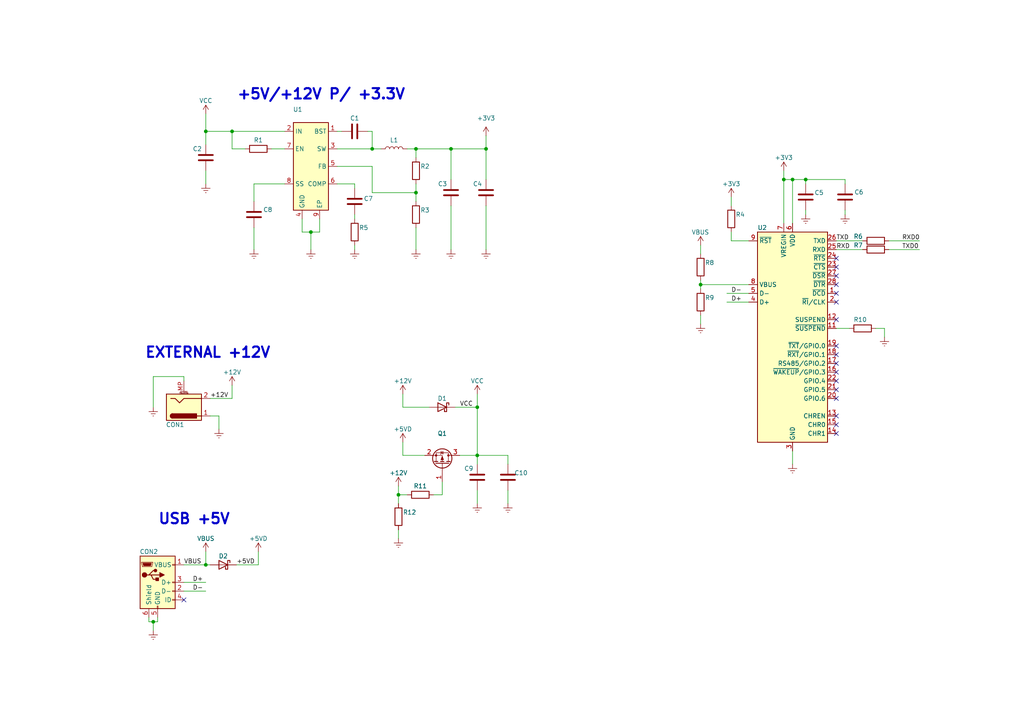
<source format=kicad_sch>
(kicad_sch (version 20211123) (generator eeschema)
  (paper "A4")
  (title_block (title "Módulo Espressif") (date "2022-06-24") (rev "v1.0"))
  (lib_symbols
    (symbol "Connector:Barrel_Jack_MountingPin" (pin_names hide)
      (property "Reference" "J" (at 0 5.334 0))
      (property "Value" "Barrel_Jack_MountingPin" (at 1.27 -6.35 0))
      (symbol "Barrel_Jack_MountingPin_0_1"
        (rectangle (start -5.08 3.81) (end 5.08 -3.81) (stroke (width 0.254)) (fill (type background)))
        (arc (start -3.302 3.175) (mid -3.937 2.54) (end -3.302 1.905) (stroke (width 0.254)))
        (arc (start -3.302 3.175) (mid -3.937 2.54) (end -3.302 1.905) (stroke (width 0.254)) (fill (type outline)))
        (polyline (pts (xy 5.08 2.54) (xy 3.81 2.54)) (stroke (width 0.254)))
        (polyline (pts (xy -3.81 -2.54) (xy -2.54 -2.54) (xy -1.27 -1.27) (xy 0 -2.54) (xy 2.54 -2.54) (xy 5.08 -2.54)) (stroke (width 0.254)))
        (rectangle (start 3.683 3.175) (end -3.302 1.905) (stroke (width 0.254)) (fill (type outline)))
      )
      (symbol "Barrel_Jack_MountingPin_1_1"
        (polyline (pts (xy -1.016 -4.572) (xy 1.016 -4.572)) (stroke (width 0.1524)))
        (text "Mounting" (at 0 -4.191 0) (effects (font (size 0.381 0.381))))
        (pin passive line (at 7.62 2.54 180) (length 2.54) (name "~") (number "1"))
        (pin passive line (at 7.62 -2.54 180) (length 2.54) (name "~") (number "2"))
        (pin passive line (at 0 -7.62 90) (length 3.048) (name "MountPin") (number "MP"))
      )
    )
    (symbol "Connector:USB_B_Micro" (pin_names (offset 1.016))
      (property "Reference" "J" (at -5.08 11.43 0))
      (property "Value" "USB_B_Micro" (at -5.08 8.89 0))
      (symbol "USB_B_Micro_0_1"
        (rectangle (start -5.08 -7.62) (end 5.08 7.62) (stroke (width 0.254)) (fill (type background)))
        (circle (center -3.81 2.159) (radius 0.635) (stroke (width 0.254)) (fill (type outline)))
        (circle (center -0.635 3.429) (radius 0.381) (stroke (width 0.254)) (fill (type outline)))
        (rectangle (start -0.127 -7.62) (end 0.127 -6.858))
        (polyline (pts (xy -1.905 2.159) (xy 0.635 2.159)) (stroke (width 0.254)))
        (polyline (pts (xy -3.175 2.159) (xy -2.54 2.159) (xy -1.27 3.429) (xy -0.635 3.429)) (stroke (width 0.254)))
        (polyline (pts (xy -2.54 2.159) (xy -1.905 2.159) (xy -1.27 0.889) (xy 0 0.889)) (stroke (width 0.254)))
        (polyline (pts (xy 0.635 2.794) (xy 0.635 1.524) (xy 1.905 2.159) (xy 0.635 2.794)) (stroke (width 0.254)) (fill (type outline)))
        (polyline (pts (xy -4.318 5.588) (xy -1.778 5.588) (xy -2.032 4.826) (xy -4.064 4.826) (xy -4.318 5.588)) (fill (type outline)))
        (polyline (pts (xy -4.699 5.842) (xy -4.699 5.588) (xy -4.445 4.826) (xy -4.445 4.572) (xy -1.651 4.572) (xy -1.651 4.826) (xy -1.397 5.588) (xy -1.397 5.842) (xy -4.699 5.842)))
        (rectangle (start 0.254 1.27) (end -0.508 0.508) (stroke (width 0.254)) (fill (type outline)))
        (rectangle (start 5.08 -5.207) (end 4.318 -4.953))
        (rectangle (start 5.08 -2.667) (end 4.318 -2.413))
        (rectangle (start 5.08 -0.127) (end 4.318 0.127))
        (rectangle (start 5.08 4.953) (end 4.318 5.207))
      )
      (symbol "USB_B_Micro_1_1"
        (pin power_out line (at 7.62 5.08 180) (length 2.54) (name "VBUS") (number "1"))
        (pin bidirectional line (at 7.62 -2.54 180) (length 2.54) (name "D-") (number "2"))
        (pin bidirectional line (at 7.62 0 180) (length 2.54) (name "D+") (number "3"))
        (pin passive line (at 7.62 -5.08 180) (length 2.54) (name "ID") (number "4"))
        (pin power_out line (at 0 -10.16 90) (length 2.54) (name "GND") (number "5"))
        (pin passive line (at -2.54 -10.16 90) (length 2.54) (name "Shield") (number "6"))
      )
    )
    (symbol "Device:C" (pin_numbers hide) (pin_names (offset 0.254))
      (property "Reference" "C" (at 0.635 2.54 0))
      (property "Value" "C" (at 0.635 -2.54 0))
      (symbol "C_0_1"
        (polyline (pts (xy -2.032 -0.762) (xy 2.032 -0.762)) (stroke (width 0.508)))
        (polyline (pts (xy -2.032 0.762) (xy 2.032 0.762)) (stroke (width 0.508)))
      )
      (symbol "C_1_1"
        (pin passive line (at 0 3.81 270) (length 2.794) (name "~") (number "1"))
        (pin passive line (at 0 -3.81 90) (length 2.794) (name "~") (number "2"))
      )
    )
    (symbol "Device:L" (pin_numbers hide) (pin_names (offset 1.016) hide)
      (property "Reference" "L" (at -1.27 0 90))
      (property "Value" "L" (at 1.905 0 90))
      (symbol "L_0_1"
        (arc (start 0 -2.54) (mid 0.635 -1.905) (end 0 -1.27))
        (arc (start 0 -1.27) (mid 0.635 -0.635) (end 0 0))
        (arc (start 0 0) (mid 0.635 0.635) (end 0 1.27))
        (arc (start 0 1.27) (mid 0.635 1.905) (end 0 2.54))
      )
      (symbol "L_1_1"
        (pin passive line (at 0 3.81 270) (length 1.27) (name "1") (number "1"))
        (pin passive line (at 0 -3.81 90) (length 1.27) (name "2") (number "2"))
      )
    )
    (symbol "Device:R" (pin_numbers hide) (pin_names (offset 0))
      (property "Reference" "R" (at 2.032 0 90))
      (property "Value" "R" (at 0 0 90))
      (symbol "R_0_1"
        (rectangle (start -1.016 -2.54) (end 1.016 2.54) (stroke (width 0.254)))
      )
      (symbol "R_1_1"
        (pin passive line (at 0 3.81 270) (length 1.27) (name "~") (number "1"))
        (pin passive line (at 0 -3.81 90) (length 1.27) (name "~") (number "2"))
      )
    )
    (symbol "Diode:BAT60A" (pin_numbers hide) (pin_names (offset 1.016) hide)
      (property "Reference" "D" (at 0 2.54 0))
      (property "Value" "BAT60A" (at 0 -2.54 0))
      (symbol "BAT60A_0_1"
        (polyline (pts (xy 1.27 0) (xy -1.27 0)))
        (polyline (pts (xy 1.27 1.27) (xy 1.27 -1.27) (xy -1.27 0) (xy 1.27 1.27)) (stroke (width 0.254)))
        (polyline (pts (xy -1.905 0.635) (xy -1.905 1.27) (xy -1.27 1.27) (xy -1.27 -1.27) (xy -0.635 -1.27) (xy -0.635 -0.635)) (stroke (width 0.254)))
      )
      (symbol "BAT60A_1_1"
        (pin passive line (at -3.81 0 0) (length 2.54) (name "K") (number "1"))
        (pin passive line (at 3.81 0 180) (length 2.54) (name "A") (number "2"))
      )
    )
    (symbol "Interface_USB:CP2102N-Axx-xQFN28"
      (property "Reference" "U" (at -8.89 31.75 0))
      (property "Value" "CP2102N-Axx-xQFN28" (at 12.7 31.75 0))
      (symbol "CP2102N-Axx-xQFN28_0_1"
        (rectangle (start -10.16 30.48) (end 10.16 -30.48) (stroke (width 0.254)) (fill (type background)))
      )
      (symbol "CP2102N-Axx-xQFN28_1_1"
        (pin input line (at 12.7 12.7 180) (length 2.54) (name "~{DCD}") (number "1"))
        (pin no_connect line (at -10.16 -27.94 0) (length 2.54) hide (name "NC") (number "10"))
        (pin output line (at 12.7 2.54 180) (length 2.54) (name "~{SUSPEND}") (number "11"))
        (pin output line (at 12.7 5.08 180) (length 2.54) (name "SUSPEND") (number "12"))
        (pin output line (at 12.7 -22.86 180) (length 2.54) (name "CHREN") (number "13"))
        (pin output line (at 12.7 -27.94 180) (length 2.54) (name "CHR1") (number "14"))
        (pin output line (at 12.7 -25.4 180) (length 2.54) (name "CHR0") (number "15"))
        (pin bidirectional line (at 12.7 -10.16 180) (length 2.54) (name "~{WAKEUP}/GPIO.3") (number "16"))
        (pin bidirectional line (at 12.7 -7.62 180) (length 2.54) (name "RS485/GPIO.2") (number "17"))
        (pin bidirectional line (at 12.7 -5.08 180) (length 2.54) (name "~{RXT}/GPIO.1") (number "18"))
        (pin bidirectional line (at 12.7 -2.54 180) (length 2.54) (name "~{TXT}/GPIO.0") (number "19"))
        (pin bidirectional line (at 12.7 10.16 180) (length 2.54) (name "~{RI}/CLK") (number "2"))
        (pin bidirectional line (at 12.7 -17.78 180) (length 2.54) (name "GPIO.6") (number "20"))
        (pin bidirectional line (at 12.7 -15.24 180) (length 2.54) (name "GPIO.5") (number "21"))
        (pin bidirectional line (at 12.7 -12.7 180) (length 2.54) (name "GPIO.4") (number "22"))
        (pin input line (at 12.7 20.32 180) (length 2.54) (name "~{CTS}") (number "23"))
        (pin output line (at 12.7 22.86 180) (length 2.54) (name "~{RTS}") (number "24"))
        (pin input line (at 12.7 25.4 180) (length 2.54) (name "RXD") (number "25"))
        (pin output line (at 12.7 27.94 180) (length 2.54) (name "TXD") (number "26"))
        (pin input line (at 12.7 17.78 180) (length 2.54) (name "~{DSR}") (number "27"))
        (pin output line (at 12.7 15.24 180) (length 2.54) (name "~{DTR}") (number "28"))
        (pin passive line (at 0 -33.02 90) (length 2.54) hide (name "GND") (number "29"))
        (pin power_in line (at 0 -33.02 90) (length 2.54) (name "GND") (number "3"))
        (pin bidirectional line (at -12.7 10.16 0) (length 2.54) (name "D+") (number "4"))
        (pin bidirectional line (at -12.7 12.7 0) (length 2.54) (name "D-") (number "5"))
        (pin power_in line (at 0 33.02 270) (length 2.54) (name "VDD") (number "6"))
        (pin power_in line (at -2.54 33.02 270) (length 2.54) (name "VREGIN") (number "7"))
        (pin input line (at -12.7 15.24 0) (length 2.54) (name "VBUS") (number "8"))
        (pin input line (at -12.7 27.94 0) (length 2.54) (name "~{RST}") (number "9"))
      )
    )
    (symbol "Regulator_Switching:AP6503"
      (property "Reference" "U" (at -3.81 13.97 0))
      (property "Value" "AP6503" (at 2.54 13.97 0))
      (symbol "AP6503_0_1"
        (rectangle (start -5.08 12.7) (end 5.08 -12.7) (stroke (width 0.254)) (fill (type background)))
      )
      (symbol "AP6503_1_1"
        (pin output line (at 7.62 10.16 180) (length 2.54) (name "BST") (number "1"))
        (pin power_in line (at -7.62 10.16 0) (length 2.54) (name "IN") (number "2"))
        (pin power_out line (at 7.62 5.08 180) (length 2.54) (name "SW") (number "3"))
        (pin power_in line (at -2.54 -15.24 90) (length 2.54) (name "GND") (number "4"))
        (pin input line (at 7.62 0 180) (length 2.54) (name "FB") (number "5"))
        (pin output line (at 7.62 -5.08 180) (length 2.54) (name "COMP") (number "6"))
        (pin input line (at -7.62 5.08 0) (length 2.54) (name "EN") (number "7"))
        (pin tri_state line (at -7.62 -5.08 0) (length 2.54) (name "SS") (number "8"))
        (pin power_in line (at 2.54 -15.24 90) (length 2.54) (name "EP") (number "9"))
      )
    )
    (symbol "Transistor_FET:AO3401A" (pin_names hide)
      (property "Reference" "Q" (at 5.08 1.905 0))
      (property "Value" "AO3401A" (at 5.08 0 0))
      (symbol "AO3401A_0_1"
        (polyline (pts (xy 0.254 0) (xy -2.54 0)))
        (polyline (pts (xy 0.254 1.905) (xy 0.254 -1.905)) (stroke (width 0.254)))
        (polyline (pts (xy 0.762 -1.27) (xy 0.762 -2.286)) (stroke (width 0.254)))
        (polyline (pts (xy 0.762 0.508) (xy 0.762 -0.508)) (stroke (width 0.254)))
        (polyline (pts (xy 0.762 2.286) (xy 0.762 1.27)) (stroke (width 0.254)))
        (polyline (pts (xy 2.54 2.54) (xy 2.54 1.778)))
        (polyline (pts (xy 2.54 -2.54) (xy 2.54 0) (xy 0.762 0)))
        (polyline (pts (xy 0.762 1.778) (xy 3.302 1.778) (xy 3.302 -1.778) (xy 0.762 -1.778)))
        (polyline (pts (xy 2.286 0) (xy 1.27 0.381) (xy 1.27 -0.381) (xy 2.286 0)) (fill (type outline)))
        (polyline (pts (xy 2.794 -0.508) (xy 2.921 -0.381) (xy 3.683 -0.381) (xy 3.81 -0.254)))
        (polyline (pts (xy 3.302 -0.381) (xy 2.921 0.254) (xy 3.683 0.254) (xy 3.302 -0.381)))
        (circle (center 1.651 0) (radius 2.794) (stroke (width 0.254)))
        (circle (center 2.54 -1.778) (radius 0.254) (fill (type outline)))
        (circle (center 2.54 1.778) (radius 0.254) (fill (type outline)))
      )
      (symbol "AO3401A_1_1"
        (pin input line (at -5.08 0 0) (length 2.54) (name "G") (number "1"))
        (pin passive line (at 2.54 -5.08 90) (length 2.54) (name "S") (number "2"))
        (pin passive line (at 2.54 5.08 270) (length 2.54) (name "D") (number "3"))
      )
    )
    (symbol "power:+12V" (power) (pin_names (offset 0))
      (property "Value" "+12V" (at 0 3.556 0))
      (symbol "+12V_0_1"
        (polyline (pts (xy -0.762 1.27) (xy 0 2.54)))
        (polyline (pts (xy 0 0) (xy 0 2.54)))
        (polyline (pts (xy 0 2.54) (xy 0.762 1.27)))
      )
      (symbol "+12V_1_1"
        (pin power_in line (at 0 0 90) (length 0) hide (name "+12V") (number "1"))
      )
    )
    (symbol "power:+3.3V" (power) (pin_names (offset 0))
      (property "Value" "+3.3V" (at 0 3.556 0))
      (symbol "+3.3V_0_1"
        (polyline (pts (xy -0.762 1.27) (xy 0 2.54)))
        (polyline (pts (xy 0 0) (xy 0 2.54)))
        (polyline (pts (xy 0 2.54) (xy 0.762 1.27)))
      )
      (symbol "+3.3V_1_1"
        (pin power_in line (at 0 0 90) (length 0) hide (name "+3V3") (number "1"))
      )
    )
    (symbol "power:+5VD" (power) (pin_names (offset 0))
      (property "Value" "+5VD" (at 0 3.556 0))
      (symbol "+5VD_0_1"
        (polyline (pts (xy -0.762 1.27) (xy 0 2.54)))
        (polyline (pts (xy 0 0) (xy 0 2.54)))
        (polyline (pts (xy 0 2.54) (xy 0.762 1.27)))
      )
      (symbol "+5VD_1_1"
        (pin power_in line (at 0 0 90) (length 0) hide (name "+5VD") (number "1"))
      )
    )
    (symbol "power:GNDREF" (power) (pin_names (offset 0))
      (property "Value" "GNDREF" (at 0 -3.81 0))
      (symbol "GNDREF_0_1"
        (polyline (pts (xy -0.635 -1.905) (xy 0.635 -1.905)))
        (polyline (pts (xy -0.127 -2.54) (xy 0.127 -2.54)))
        (polyline (pts (xy 0 -1.27) (xy 0 0)))
        (polyline (pts (xy 1.27 -1.27) (xy -1.27 -1.27)))
      )
      (symbol "GNDREF_1_1"
        (pin power_in line (at 0 0 270) (length 0) hide (name "GNDREF") (number "1"))
      )
    )
    (symbol "power:VBUS" (power) (pin_names (offset 0))
      (property "Value" "VBUS" (at 0 3.81 0))
      (symbol "VBUS_0_1"
        (polyline (pts (xy -0.762 1.27) (xy 0 2.54)))
        (polyline (pts (xy 0 0) (xy 0 2.54)))
        (polyline (pts (xy 0 2.54) (xy 0.762 1.27)))
      )
      (symbol "VBUS_1_1"
        (pin power_in line (at 0 0 90) (length 0) hide (name "VBUS") (number "1"))
      )
    )
    (symbol "power:VCC" (power) (pin_names (offset 0))
      (property "Value" "VCC" (at 0 3.81 0))
      (symbol "VCC_0_1"
        (polyline (pts (xy -0.762 1.27) (xy 0 2.54)))
        (polyline (pts (xy 0 0) (xy 0 2.54)))
        (polyline (pts (xy 0 2.54) (xy 0.762 1.27)))
      )
      (symbol "VCC_1_1"
        (pin power_in line (at 0 0 90) (length 0) hide (name "VCC") (number "1"))
      )
    )
  )
  (junction (at 140.97 43.18))
  (junction (at 203.2 82.55))
  (junction (at 59.69 163.83))
  (junction (at 138.43 118.11))
  (junction (at 120.65 43.18))
  (junction (at 130.81 43.18))
  (junction (at 107.95 43.18))
  (junction (at 229.87 52.07))
  (junction (at 227.33 52.07))
  (junction (at 67.31 38.1))
  (junction (at 59.69 38.1))
  (junction (at 233.68 52.07))
  (junction (at 115.57 143.51))
  (junction (at 120.65 55.88))
  (junction (at 44.45 180.34))
  (junction (at 138.43 132.08))
  (junction (at 90.17 67.31))
  (no_connect (at 242.57 110.49))
  (no_connect (at 242.57 74.93))
  (no_connect (at 242.57 87.63))
  (no_connect (at 242.57 82.55))
  (no_connect (at 242.57 107.95))
  (no_connect (at 242.57 115.57))
  (no_connect (at 53.34 173.99))
  (no_connect (at 242.57 105.41))
  (no_connect (at 242.57 85.09))
  (no_connect (at 242.57 123.19))
  (no_connect (at 242.57 100.33))
  (no_connect (at 242.57 77.47))
  (no_connect (at 242.57 92.71))
  (no_connect (at 242.57 80.01))
  (no_connect (at 242.57 125.73))
  (no_connect (at 242.57 113.03))
  (no_connect (at 242.57 120.65))
  (no_connect (at 242.57 102.87))
  (wire (pts (xy 82.55 53.34) (xy 73.66 53.34)))
  (wire (pts (xy 44.45 109.22) (xy 44.45 118.11)))
  (wire (pts (xy 147.32 132.08) (xy 138.43 132.08)))
  (wire (pts (xy 102.87 53.34) (xy 102.87 54.61)))
  (wire (pts (xy 138.43 114.3) (xy 138.43 118.11)))
  (wire (pts (xy 140.97 39.37) (xy 140.97 43.18)))
  (wire (pts (xy 53.34 109.22) (xy 53.34 110.49)))
  (wire (pts (xy 257.81 69.85) (xy 266.7 69.85)))
  (wire (pts (xy 102.87 62.23) (xy 102.87 63.5)))
  (wire (pts (xy 59.69 33.02) (xy 59.69 38.1)))
  (wire (pts (xy 210.82 87.63) (xy 217.17 87.63)))
  (wire (pts (xy 87.63 67.31) (xy 90.17 67.31)))
  (wire (pts (xy 73.66 53.34) (xy 73.66 58.42)))
  (wire (pts (xy 128.27 139.7) (xy 128.27 143.51)))
  (wire (pts (xy 120.65 55.88) (xy 120.65 58.42)))
  (wire (pts (xy 227.33 52.07) (xy 227.33 64.77)))
  (wire (pts (xy 74.93 160.02) (xy 74.93 163.83)))
  (wire (pts (xy 59.69 160.02) (xy 59.69 163.83)))
  (wire (pts (xy 92.71 63.5) (xy 92.71 67.31)))
  (wire (pts (xy 59.69 163.83) (xy 60.96 163.83)))
  (wire (pts (xy 107.95 48.26) (xy 107.95 55.88)))
  (wire (pts (xy 67.31 111.76) (xy 67.31 115.57)))
  (wire (pts (xy 227.33 49.53) (xy 227.33 52.07)))
  (wire (pts (xy 87.63 63.5) (xy 87.63 67.31)))
  (wire (pts (xy 233.68 60.96) (xy 233.68 62.23)))
  (wire (pts (xy 212.09 69.85) (xy 217.17 69.85)))
  (wire (pts (xy 102.87 71.12) (xy 102.87 72.39)))
  (wire (pts (xy 140.97 59.69) (xy 140.97 72.39)))
  (wire (pts (xy 128.27 143.51) (xy 125.73 143.51)))
  (wire (pts (xy 233.68 53.34) (xy 233.68 52.07)))
  (wire (pts (xy 53.34 163.83) (xy 59.69 163.83)))
  (wire (pts (xy 71.12 43.18) (xy 67.31 43.18)))
  (wire (pts (xy 90.17 67.31) (xy 90.17 72.39)))
  (wire (pts (xy 123.19 132.08) (xy 116.84 132.08)))
  (wire (pts (xy 63.5 120.65) (xy 63.5 124.46)))
  (wire (pts (xy 97.79 53.34) (xy 102.87 53.34)))
  (wire (pts (xy 229.87 52.07) (xy 229.87 64.77)))
  (wire (pts (xy 97.79 38.1) (xy 99.06 38.1)))
  (wire (pts (xy 53.34 168.91) (xy 59.69 168.91)))
  (wire (pts (xy 242.57 72.39) (xy 250.19 72.39)))
  (wire (pts (xy 116.84 132.08) (xy 116.84 128.27)))
  (wire (pts (xy 107.95 38.1) (xy 106.68 38.1)))
  (wire (pts (xy 229.87 130.81) (xy 229.87 134.62)))
  (wire (pts (xy 254 95.25) (xy 256.54 95.25)))
  (wire (pts (xy 115.57 143.51) (xy 118.11 143.51)))
  (wire (pts (xy 97.79 43.18) (xy 107.95 43.18)))
  (wire (pts (xy 78.74 43.18) (xy 82.55 43.18)))
  (wire (pts (xy 203.2 91.44) (xy 203.2 93.98)))
  (wire (pts (xy 203.2 82.55) (xy 203.2 83.82)))
  (wire (pts (xy 120.65 43.18) (xy 120.65 45.72)))
  (wire (pts (xy 67.31 38.1) (xy 67.31 43.18)))
  (wire (pts (xy 138.43 132.08) (xy 138.43 134.62)))
  (wire (pts (xy 233.68 52.07) (xy 229.87 52.07)))
  (wire (pts (xy 120.65 66.04) (xy 120.65 72.39)))
  (wire (pts (xy 115.57 153.67) (xy 115.57 156.21)))
  (wire (pts (xy 59.69 38.1) (xy 67.31 38.1)))
  (wire (pts (xy 138.43 118.11) (xy 138.43 132.08)))
  (wire (pts (xy 53.34 171.45) (xy 59.69 171.45)))
  (wire (pts (xy 133.35 132.08) (xy 138.43 132.08)))
  (wire (pts (xy 116.84 114.3) (xy 116.84 118.11)))
  (wire (pts (xy 147.32 134.62) (xy 147.32 132.08)))
  (wire (pts (xy 115.57 140.97) (xy 115.57 143.51)))
  (wire (pts (xy 59.69 38.1) (xy 59.69 41.91)))
  (wire (pts (xy 256.54 95.25) (xy 256.54 97.79)))
  (wire (pts (xy 212.09 57.15) (xy 212.09 59.69)))
  (wire (pts (xy 130.81 59.69) (xy 130.81 72.39)))
  (wire (pts (xy 217.17 82.55) (xy 203.2 82.55)))
  (wire (pts (xy 44.45 180.34) (xy 44.45 182.88)))
  (wire (pts (xy 107.95 38.1) (xy 107.95 43.18)))
  (wire (pts (xy 257.81 72.39) (xy 266.7 72.39)))
  (wire (pts (xy 242.57 95.25) (xy 246.38 95.25)))
  (wire (pts (xy 138.43 142.24) (xy 138.43 146.05)))
  (wire (pts (xy 242.57 69.85) (xy 250.19 69.85)))
  (wire (pts (xy 59.69 49.53) (xy 59.69 53.34)))
  (wire (pts (xy 140.97 52.07) (xy 140.97 43.18)))
  (wire (pts (xy 212.09 67.31) (xy 212.09 69.85)))
  (wire (pts (xy 44.45 180.34) (xy 45.72 180.34)))
  (wire (pts (xy 43.18 179.07) (xy 43.18 180.34)))
  (wire (pts (xy 107.95 43.18) (xy 110.49 43.18)))
  (wire (pts (xy 245.11 52.07) (xy 245.11 53.34)))
  (wire (pts (xy 60.96 120.65) (xy 63.5 120.65)))
  (wire (pts (xy 229.87 52.07) (xy 227.33 52.07)))
  (wire (pts (xy 203.2 71.12) (xy 203.2 73.66)))
  (wire (pts (xy 233.68 52.07) (xy 245.11 52.07)))
  (wire (pts (xy 97.79 48.26) (xy 107.95 48.26)))
  (wire (pts (xy 67.31 38.1) (xy 82.55 38.1)))
  (wire (pts (xy 116.84 118.11) (xy 124.46 118.11)))
  (wire (pts (xy 118.11 43.18) (xy 120.65 43.18)))
  (wire (pts (xy 203.2 81.28) (xy 203.2 82.55)))
  (wire (pts (xy 107.95 55.88) (xy 120.65 55.88)))
  (wire (pts (xy 130.81 43.18) (xy 130.81 52.07)))
  (wire (pts (xy 140.97 43.18) (xy 130.81 43.18)))
  (wire (pts (xy 67.31 115.57) (xy 60.96 115.57)))
  (wire (pts (xy 43.18 180.34) (xy 44.45 180.34)))
  (wire (pts (xy 132.08 118.11) (xy 138.43 118.11)))
  (wire (pts (xy 210.82 85.09) (xy 217.17 85.09)))
  (wire (pts (xy 45.72 179.07) (xy 45.72 180.34)))
  (wire (pts (xy 90.17 67.31) (xy 92.71 67.31)))
  (wire (pts (xy 68.58 163.83) (xy 74.93 163.83)))
  (wire (pts (xy 115.57 143.51) (xy 115.57 146.05)))
  (wire (pts (xy 130.81 43.18) (xy 120.65 43.18)))
  (wire (pts (xy 120.65 53.34) (xy 120.65 55.88)))
  (wire (pts (xy 147.32 142.24) (xy 147.32 146.05)))
  (wire (pts (xy 245.11 60.96) (xy 245.11 62.23)))
  (wire (pts (xy 53.34 109.22) (xy 44.45 109.22)))
  (wire (pts (xy 73.66 66.04) (xy 73.66 72.39)))
  (text "EXTERNAL +12V" (at 41.91 104.14 0) (effects (font (size 2.9972 2.9972) (thickness 0.5994) bold) (justify left bottom)))
  (text "USB +5V" (at 45.72 152.4 0) (effects (font (size 2.9972 2.9972) (thickness 0.5994) bold) (justify left bottom)))
  (text "+5V/+12V P/ +3.3V" (at 68.58 29.21 0) (effects (font (size 2.9972 2.9972) (thickness 0.5994) bold) (justify left bottom)))
  (label "+5VD" (at 68.58 163.83 0))
  (label "D-" (at 55.88 171.45 0))
  (label "TXD0" (at 261.62 72.39 0))
  (label "D+" (at 212.09 87.63 0))
  (label "+12V" (at 60.96 115.57 0))
  (label "D-" (at 212.09 85.09 0))
  (label "VCC" (at 133.35 118.11 0))
  (label "RXD0" (at 261.62 69.85 0))
  (label "VBUS" (at 53.34 163.83 0))
  (label "D+" (at 55.88 168.91 0))
  (label "RXD" (at 242.57 72.39 0))
  (label "TXD" (at 242.57 69.85 0))
  (symbol (lib_id "Device:C") (at 140.97 55.88 0) (unit 1)
    (property "Reference" "C4" (at 137.16 53.34 0) (effects (justify left)))
  )
  (symbol (lib_id "power:GNDREF") (at 102.87 72.39 0) (unit 1)
    (property "Reference" "#PWR?" (effects hide))
  )
  (symbol (lib_id "Device:R") (at 120.65 62.23 0) (unit 1)
    (property "Reference" "R3" (at 121.92 60.96 0) (effects (justify left)))
  )
  (symbol (lib_id "Device:R") (at 212.09 63.5 0) (unit 1)
    (property "Reference" "R4" (at 213.36 62.23 0) (effects (justify left)))
  )
  (symbol (lib_id "Connector:Barrel_Jack_MountingPin") (at 53.34 118.11 0) (mirror x) (unit 1)
    (property "Reference" "CON1" (at 50.8 123.19 0))
  )
  (symbol (lib_id "Device:R") (at 74.93 43.18 90) (unit 1)
    (property "Reference" "R1" (at 74.93 40.64 90))
  )
  (symbol (lib_id "Device:L") (at 114.3 43.18 90) (unit 1)
    (property "Reference" "L1" (at 114.3 40.64 90))
  )
  (symbol (lib_id "Device:R") (at 254 72.39 90) (unit 1)
    (property "Reference" "R7" (at 248.92 71.12 90))
  )
  (symbol (lib_id "power:+3.3V") (at 212.09 57.15 0) (unit 1)
    (property "Reference" "#PWR?" (effects hide))
  )
  (symbol (lib_id "power:VBUS") (at 203.2 71.12 0) (unit 1)
    (property "Reference" "#PWR?" (effects hide))
  )
  (symbol (lib_id "power:GNDREF") (at 256.54 97.79 0) (unit 1)
    (property "Reference" "#PWR?" (effects hide))
  )
  (symbol (lib_id "power:GNDREF") (at 203.2 93.98 0) (unit 1)
    (property "Reference" "#PWR?" (effects hide))
  )
  (symbol (lib_id "Device:C") (at 147.32 138.43 180) (unit 1)
    (property "Reference" "C10" (at 151.13 137.16 0))
  )
  (symbol (lib_id "power:GNDREF") (at 229.87 134.62 0) (unit 1)
    (property "Reference" "#PWR?" (effects hide))
  )
  (symbol (lib_id "power:VBUS") (at 59.69 160.02 0) (unit 1)
    (property "Reference" "#PWR?" (effects hide))
  )
  (symbol (lib_id "power:GNDREF") (at 44.45 182.88 0) (unit 1)
    (property "Reference" "#PWR?" (effects hide))
  )
  (symbol (lib_id "Diode:BAT60A") (at 128.27 118.11 0) (mirror y) (unit 1)
    (property "Reference" "D1" (at 128.27 115.57 0))
    (property "Datasheet" "https://www.infineon.com/dgdl/Infineon-BAT60ASERIES-DS-v01_01-en.pdf?fileId=db3a304313d846880113def70c9304a9" (effects hide))
  )
  (symbol (lib_id "Device:C") (at 245.11 57.15 180) (unit 1)
    (property "Reference" "C6" (at 249.1305 55.7374 0))
  )
  (symbol (lib_id "power:GNDREF") (at 90.17 72.39 0) (unit 1)
    (property "Reference" "#PWR?" (effects hide))
  )
  (symbol (lib_id "power:GNDREF") (at 130.81 72.39 0) (unit 1)
    (property "Reference" "#PWR?" (effects hide))
  )
  (symbol (lib_id "Device:C") (at 130.81 55.88 0) (unit 1)
    (property "Reference" "C3" (at 127 53.34 0) (effects (justify left)))
  )
  (symbol (lib_id "Device:C") (at 102.87 38.1 90) (unit 1)
    (property "Reference" "C1" (at 102.87 34.29 90))
  )
  (symbol (lib_id "Device:C") (at 138.43 138.43 0) (unit 1)
    (property "Reference" "C9" (at 134.62 135.89 0) (effects (justify left)))
  )
  (symbol (lib_id "Device:R") (at 254 69.85 90) (unit 1)
    (property "Reference" "R6" (at 248.92 68.58 90))
  )
  (symbol (lib_id "power:+12V") (at 116.84 114.3 0) (unit 1)
    (property "Reference" "#PWR?" (effects hide))
  )
  (symbol (lib_id "power:GNDREF") (at 63.5 124.46 0) (unit 1)
    (property "Reference" "#PWR?" (effects hide))
  )
  (symbol (lib_id "power:GNDREF") (at 115.57 156.21 0) (unit 1)
    (property "Reference" "#PWR?" (effects hide))
  )
  (symbol (lib_id "Device:R") (at 250.19 95.25 90) (unit 1)
    (property "Reference" "R10" (at 251.46 92.71 90) (effects (justify left)))
  )
  (symbol (lib_id "Device:C") (at 59.69 45.72 0) (unit 1)
    (property "Reference" "C2" (at 55.88 43.18 0) (effects (justify left)))
  )
  (symbol (lib_id "power:+12V") (at 67.31 111.76 0) (unit 1)
    (property "Reference" "#PWR?" (effects hide))
  )
  (symbol (lib_id "power:GNDREF") (at 138.43 146.05 0) (unit 1)
    (property "Reference" "#PWR?" (effects hide))
  )
  (symbol (lib_id "power:+3.3V") (at 227.33 49.53 0) (unit 1)
    (property "Reference" "#PWR?" (effects hide))
  )
  (symbol (lib_id "power:+3.3V") (at 140.97 39.37 0) (unit 1)
    (property "Reference" "#PWR?" (effects hide))
  )
  (symbol (lib_id "power:GNDREF") (at 73.66 72.39 0) (unit 1)
    (property "Reference" "#PWR?" (effects hide))
  )
  (symbol (lib_id "power:GNDREF") (at 120.65 72.39 0) (unit 1)
    (property "Reference" "#PWR?" (effects hide))
  )
  (symbol (lib_id "Interface_USB:CP2102N-Axx-xQFN28") (at 229.87 97.79 0) (unit 1)
    (property "Reference" "U2" (at 219.71 66.04 0) (effects (justify left)))
    (property "Datasheet" "https://www.silabs.com/documents/public/data-sheets/cp2102n-datasheet.pdf" (effects hide))
  )
  (symbol (lib_id "Device:C") (at 102.87 58.42 0) (unit 1)
    (property "Reference" "C7" (at 105.4919 57.6134 0) (effects (justify left)))
  )
  (symbol (lib_id "power:GNDREF") (at 140.97 72.39 0) (unit 1)
    (property "Reference" "#PWR?" (effects hide))
  )
  (symbol (lib_id "power:+12V") (at 115.57 140.97 0) (unit 1)
    (property "Reference" "#PWR?" (effects hide))
  )
  (symbol (lib_id "power:GNDREF") (at 233.68 62.23 0) (unit 1)
    (property "Reference" "#PWR?" (effects hide))
  )
  (symbol (lib_id "Device:R") (at 120.65 49.53 0) (unit 1)
    (property "Reference" "R2" (at 121.92 48.26 0) (effects (justify left)))
  )
  (symbol (lib_id "power:+5VD") (at 116.84 128.27 0) (unit 1)
    (property "Reference" "#PWR?" (effects hide))
  )
  (symbol (lib_id "Regulator_Switching:AP6503") (at 90.17 48.26 0) (unit 1)
    (property "Reference" "U1" (at 86.36 31.75 0))
    (property "Datasheet" "https://www.diodes.com/assets/Datasheets/AP6503.pdf" (effects hide))
  )
  (symbol (lib_id "power:+5VD") (at 74.93 160.02 0) (unit 1)
    (property "Reference" "#PWR?" (effects hide))
  )
  (symbol (lib_id "Transistor_FET:AO3401A") (at 128.27 134.62 270) (mirror x) (unit 1)
    (property "Reference" "Q1" (at 128.27 125.73 90))
    (property "Datasheet" "http://www.aosmd.com/pdfs/datasheet/AO3401A.pdf" (effects hide))
  )
  (symbol (lib_id "power:VCC") (at 59.69 33.02 0) (unit 1)
    (property "Reference" "#PWR?" (effects hide))
  )
  (symbol (lib_id "Device:R") (at 203.2 77.47 0) (unit 1)
    (property "Reference" "R8" (at 204.47 76.2 0) (effects (justify left)))
  )
  (symbol (lib_id "Device:R") (at 115.57 149.86 0) (unit 1)
    (property "Reference" "R12" (at 116.84 148.59 0) (effects (justify left)))
  )
  (symbol (lib_id "Connector:USB_B_Micro") (at 45.72 168.91 0) (unit 1)
    (property "Reference" "CON2" (at 43.18 160.02 0))
  )
  (symbol (lib_id "power:VCC") (at 138.43 114.3 0) (unit 1)
    (property "Reference" "#PWR?" (effects hide))
  )
  (symbol (lib_id "power:GNDREF") (at 59.69 53.34 0) (unit 1)
    (property "Reference" "#PWR?" (effects hide))
  )
  (symbol (lib_id "Device:R") (at 102.87 67.31 0) (unit 1)
    (property "Reference" "R5" (at 104.14 66.04 0) (effects (justify left)))
  )
  (symbol (lib_id "power:GNDREF") (at 245.11 62.23 0) (unit 1)
    (property "Reference" "#PWR?" (effects hide))
  )
  (symbol (lib_id "power:GNDREF") (at 44.45 118.11 0) (unit 1)
    (property "Reference" "#PWR?" (effects hide))
  )
  (symbol (lib_id "power:GNDREF") (at 147.32 146.05 0) (unit 1)
    (property "Reference" "#PWR?" (effects hide))
  )
  (symbol (lib_id "Device:R") (at 121.92 143.51 90) (unit 1)
    (property "Reference" "R11" (at 121.92 140.97 90))
  )
  (symbol (lib_id "Device:R") (at 203.2 87.63 0) (unit 1)
    (property "Reference" "R9" (at 204.47 86.36 0) (effects (justify left)))
  )
  (symbol (lib_id "Device:C") (at 73.66 62.23 180) (unit 1)
    (property "Reference" "C8" (at 77.6805 60.8174 0))
  )
  (symbol (lib_id "Device:C") (at 233.68 57.15 0) (unit 1)
    (property "Reference" "C5" (at 236.22 55.88 0) (effects (justify left)))
  )
  (symbol (lib_id "Diode:BAT60A") (at 64.77 163.83 0) (mirror y) (unit 1)
    (property "Reference" "D2" (at 64.77 161.29 0))
    (property "Datasheet" "https://www.infineon.com/dgdl/Infineon-BAT60ASERIES-DS-v01_01-en.pdf?fileId=db3a304313d846880113def70c9304a9" (effects hide))
  )
)
</source>
